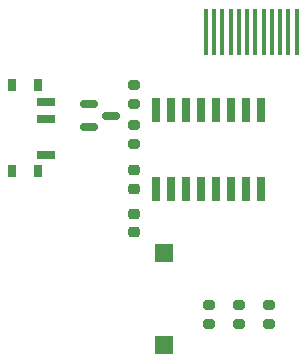
<source format=gbp>
G04 #@! TF.GenerationSoftware,KiCad,Pcbnew,8.0.8*
G04 #@! TF.CreationDate,2025-01-21T00:02:22+01:00*
G04 #@! TF.ProjectId,cerberus,63657262-6572-4757-932e-6b696361645f,rev?*
G04 #@! TF.SameCoordinates,Original*
G04 #@! TF.FileFunction,Paste,Bot*
G04 #@! TF.FilePolarity,Positive*
%FSLAX46Y46*%
G04 Gerber Fmt 4.6, Leading zero omitted, Abs format (unit mm)*
G04 Created by KiCad (PCBNEW 8.0.8) date 2025-01-21 00:02:22*
%MOMM*%
%LPD*%
G01*
G04 APERTURE LIST*
G04 Aperture macros list*
%AMRoundRect*
0 Rectangle with rounded corners*
0 $1 Rounding radius*
0 $2 $3 $4 $5 $6 $7 $8 $9 X,Y pos of 4 corners*
0 Add a 4 corners polygon primitive as box body*
4,1,4,$2,$3,$4,$5,$6,$7,$8,$9,$2,$3,0*
0 Add four circle primitives for the rounded corners*
1,1,$1+$1,$2,$3*
1,1,$1+$1,$4,$5*
1,1,$1+$1,$6,$7*
1,1,$1+$1,$8,$9*
0 Add four rect primitives between the rounded corners*
20,1,$1+$1,$2,$3,$4,$5,0*
20,1,$1+$1,$4,$5,$6,$7,0*
20,1,$1+$1,$6,$7,$8,$9,0*
20,1,$1+$1,$8,$9,$2,$3,0*%
G04 Aperture macros list end*
%ADD10RoundRect,0.150000X-0.587500X-0.150000X0.587500X-0.150000X0.587500X0.150000X-0.587500X0.150000X0*%
%ADD11RoundRect,0.200000X-0.275000X0.200000X-0.275000X-0.200000X0.275000X-0.200000X0.275000X0.200000X0*%
%ADD12R,0.800000X1.000000*%
%ADD13R,1.500000X0.700000*%
%ADD14RoundRect,0.200000X0.275000X-0.200000X0.275000X0.200000X-0.275000X0.200000X-0.275000X-0.200000X0*%
%ADD15RoundRect,0.225000X-0.250000X0.225000X-0.250000X-0.225000X0.250000X-0.225000X0.250000X0.225000X0*%
%ADD16RoundRect,0.225000X0.250000X-0.225000X0.250000X0.225000X-0.250000X0.225000X-0.250000X-0.225000X0*%
%ADD17R,0.760000X2.000000*%
%ADD18R,1.500000X1.500000*%
%ADD19R,0.350000X4.000000*%
G04 APERTURE END LIST*
D10*
X54610000Y-120015000D03*
X54610000Y-118115000D03*
X56485000Y-119065000D03*
D11*
X58420000Y-116460000D03*
X58420000Y-118110000D03*
X67310000Y-135065000D03*
X67310000Y-136715000D03*
D12*
X48100000Y-123780000D03*
X50310000Y-123780000D03*
X48100000Y-116480000D03*
X50310000Y-116480000D03*
D13*
X50960000Y-122380000D03*
X50960000Y-119380000D03*
X50960000Y-117880000D03*
D14*
X69850000Y-136715000D03*
X69850000Y-135065000D03*
D11*
X64770000Y-135065000D03*
X64770000Y-136715000D03*
D15*
X58409771Y-127402946D03*
X58409771Y-128952946D03*
D14*
X58420000Y-121475000D03*
X58420000Y-119825000D03*
D16*
X58420000Y-125235000D03*
X58420000Y-123685000D03*
D17*
X60325000Y-118590000D03*
X61595000Y-118590000D03*
X62865000Y-118590000D03*
X64135000Y-118590000D03*
X65405000Y-118590000D03*
X66675000Y-118590000D03*
X67945000Y-118590000D03*
X69215000Y-118590000D03*
X69215000Y-125250000D03*
X67945000Y-125250000D03*
X66675000Y-125250000D03*
X65405000Y-125250000D03*
X64135000Y-125250000D03*
X62865000Y-125250000D03*
X61595000Y-125250000D03*
X60325000Y-125250000D03*
D18*
X60960000Y-130720000D03*
X60960000Y-138520000D03*
D19*
X72198896Y-111947263D03*
X71498896Y-111947263D03*
X70798896Y-111947263D03*
X70098896Y-111947263D03*
X69398896Y-111947263D03*
X68698896Y-111947263D03*
X67998896Y-111947263D03*
X67298896Y-111947263D03*
X66598896Y-111947263D03*
X65898896Y-111947263D03*
X65198896Y-111947263D03*
X64498896Y-111947263D03*
M02*

</source>
